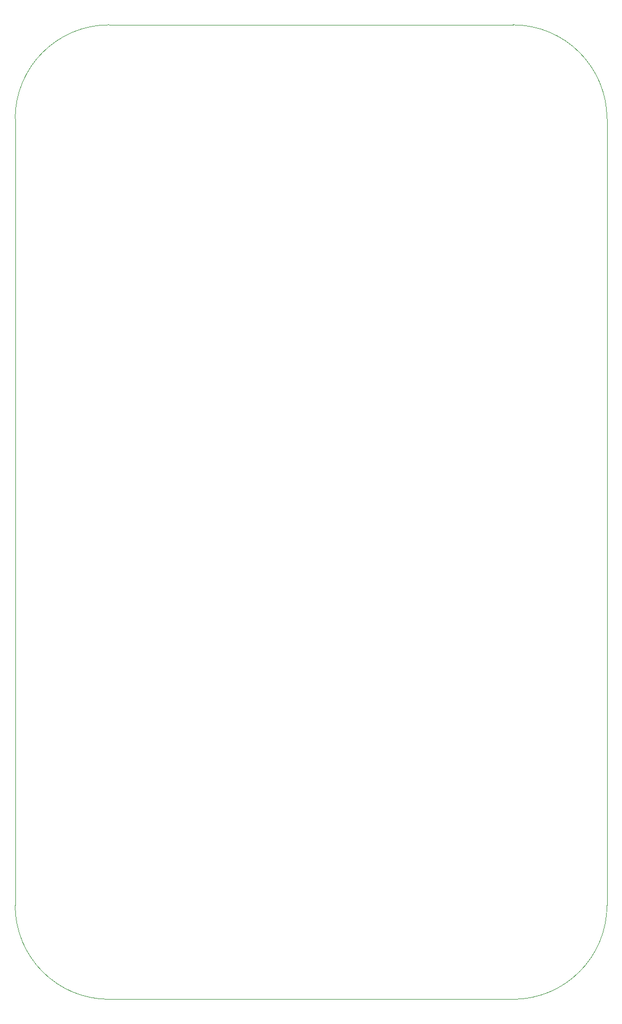
<source format=gbr>
G04 #@! TF.FileFunction,Profile,NP*
%FSLAX46Y46*%
G04 Gerber Fmt 4.6, Leading zero omitted, Abs format (unit mm)*
G04 Created by KiCad (PCBNEW 4.0.2+dfsg1-2~bpo8+1-stable) date Qui 05 Jan 2017 13:39:37 BRST*
%MOMM*%
G01*
G04 APERTURE LIST*
%ADD10C,0.100000*%
G04 APERTURE END LIST*
D10*
X0Y15000000D02*
X0Y136500000D01*
X79500000Y0D02*
X15500000Y0D01*
X94500000Y15000000D02*
X94500000Y18000000D01*
X94500000Y136500000D02*
X94500000Y18000000D01*
X15000000Y155500000D02*
X79500000Y155500000D01*
X15000000Y155500000D02*
G75*
G03X0Y140500000I0J-15000000D01*
G01*
X94500000Y136500000D02*
X94500000Y140500000D01*
X0Y136500000D02*
X0Y140500000D01*
X15000000Y0D02*
X15500000Y0D01*
X94500000Y140500000D02*
G75*
G03X79500000Y155500000I-15000000J0D01*
G01*
X79500000Y0D02*
G75*
G03X94500000Y15000000I0J15000000D01*
G01*
X0Y15000000D02*
G75*
G03X15000000Y0I15000000J0D01*
G01*
M02*

</source>
